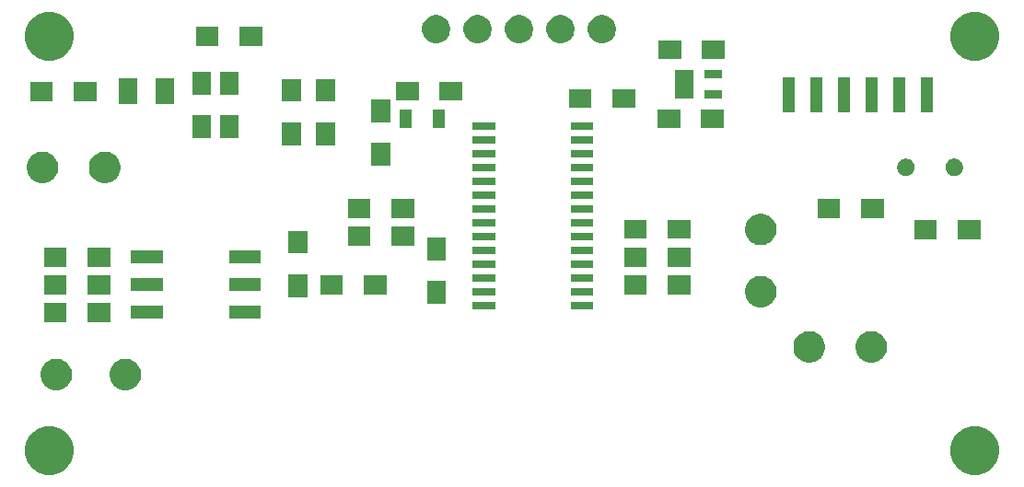
<source format=gbr>
G04 #@! TF.GenerationSoftware,KiCad,Pcbnew,(5.1.5)-2*
G04 #@! TF.CreationDate,2019-12-07T01:04:22+01:00*
G04 #@! TF.ProjectId,tof_sensor,746f665f-7365-46e7-936f-722e6b696361,rev?*
G04 #@! TF.SameCoordinates,Original*
G04 #@! TF.FileFunction,Soldermask,Top*
G04 #@! TF.FilePolarity,Negative*
%FSLAX46Y46*%
G04 Gerber Fmt 4.6, Leading zero omitted, Abs format (unit mm)*
G04 Created by KiCad (PCBNEW (5.1.5)-2) date 2019-12-07 01:04:22*
%MOMM*%
%LPD*%
G04 APERTURE LIST*
%ADD10C,0.100000*%
G04 APERTURE END LIST*
D10*
G36*
X197125880Y-100629776D02*
G01*
X197506593Y-100705504D01*
X197916249Y-100875189D01*
X198284929Y-101121534D01*
X198598466Y-101435071D01*
X198844811Y-101803751D01*
X199014496Y-102213407D01*
X199101000Y-102648296D01*
X199101000Y-103091704D01*
X199014496Y-103526593D01*
X198844811Y-103936249D01*
X198598466Y-104304929D01*
X198284929Y-104618466D01*
X197916249Y-104864811D01*
X197506593Y-105034496D01*
X197125880Y-105110224D01*
X197071705Y-105121000D01*
X196628295Y-105121000D01*
X196574120Y-105110224D01*
X196193407Y-105034496D01*
X195783751Y-104864811D01*
X195415071Y-104618466D01*
X195101534Y-104304929D01*
X194855189Y-103936249D01*
X194685504Y-103526593D01*
X194599000Y-103091704D01*
X194599000Y-102648296D01*
X194685504Y-102213407D01*
X194855189Y-101803751D01*
X195101534Y-101435071D01*
X195415071Y-101121534D01*
X195783751Y-100875189D01*
X196193407Y-100705504D01*
X196574120Y-100629776D01*
X196628295Y-100619000D01*
X197071705Y-100619000D01*
X197125880Y-100629776D01*
G37*
G36*
X112035880Y-100629776D02*
G01*
X112416593Y-100705504D01*
X112826249Y-100875189D01*
X113194929Y-101121534D01*
X113508466Y-101435071D01*
X113754811Y-101803751D01*
X113924496Y-102213407D01*
X114011000Y-102648296D01*
X114011000Y-103091704D01*
X113924496Y-103526593D01*
X113754811Y-103936249D01*
X113508466Y-104304929D01*
X113194929Y-104618466D01*
X112826249Y-104864811D01*
X112416593Y-105034496D01*
X112035880Y-105110224D01*
X111981705Y-105121000D01*
X111538295Y-105121000D01*
X111484120Y-105110224D01*
X111103407Y-105034496D01*
X110693751Y-104864811D01*
X110325071Y-104618466D01*
X110011534Y-104304929D01*
X109765189Y-103936249D01*
X109595504Y-103526593D01*
X109509000Y-103091704D01*
X109509000Y-102648296D01*
X109595504Y-102213407D01*
X109765189Y-101803751D01*
X110011534Y-101435071D01*
X110325071Y-101121534D01*
X110693751Y-100875189D01*
X111103407Y-100705504D01*
X111484120Y-100629776D01*
X111538295Y-100619000D01*
X111981705Y-100619000D01*
X112035880Y-100629776D01*
G37*
G36*
X112818241Y-94489760D02*
G01*
X113082305Y-94599139D01*
X113319958Y-94757934D01*
X113522066Y-94960042D01*
X113680861Y-95197695D01*
X113790240Y-95461759D01*
X113846000Y-95742088D01*
X113846000Y-96027912D01*
X113790240Y-96308241D01*
X113680861Y-96572305D01*
X113522066Y-96809958D01*
X113319958Y-97012066D01*
X113082305Y-97170861D01*
X112818241Y-97280240D01*
X112537912Y-97336000D01*
X112252088Y-97336000D01*
X111971759Y-97280240D01*
X111707695Y-97170861D01*
X111470042Y-97012066D01*
X111267934Y-96809958D01*
X111109139Y-96572305D01*
X110999760Y-96308241D01*
X110944000Y-96027912D01*
X110944000Y-95742088D01*
X110999760Y-95461759D01*
X111109139Y-95197695D01*
X111267934Y-94960042D01*
X111470042Y-94757934D01*
X111707695Y-94599139D01*
X111971759Y-94489760D01*
X112252088Y-94434000D01*
X112537912Y-94434000D01*
X112818241Y-94489760D01*
G37*
G36*
X119168241Y-94489760D02*
G01*
X119432305Y-94599139D01*
X119669958Y-94757934D01*
X119872066Y-94960042D01*
X120030861Y-95197695D01*
X120140240Y-95461759D01*
X120196000Y-95742088D01*
X120196000Y-96027912D01*
X120140240Y-96308241D01*
X120030861Y-96572305D01*
X119872066Y-96809958D01*
X119669958Y-97012066D01*
X119432305Y-97170861D01*
X119168241Y-97280240D01*
X118887912Y-97336000D01*
X118602088Y-97336000D01*
X118321759Y-97280240D01*
X118057695Y-97170861D01*
X117820042Y-97012066D01*
X117617934Y-96809958D01*
X117459139Y-96572305D01*
X117349760Y-96308241D01*
X117294000Y-96027912D01*
X117294000Y-95742088D01*
X117349760Y-95461759D01*
X117459139Y-95197695D01*
X117617934Y-94960042D01*
X117820042Y-94757934D01*
X118057695Y-94599139D01*
X118321759Y-94489760D01*
X118602088Y-94434000D01*
X118887912Y-94434000D01*
X119168241Y-94489760D01*
G37*
G36*
X182033241Y-91949760D02*
G01*
X182297305Y-92059139D01*
X182534958Y-92217934D01*
X182737066Y-92420042D01*
X182895861Y-92657695D01*
X183005240Y-92921759D01*
X183061000Y-93202088D01*
X183061000Y-93487912D01*
X183005240Y-93768241D01*
X182895861Y-94032305D01*
X182737066Y-94269958D01*
X182534958Y-94472066D01*
X182297305Y-94630861D01*
X182033241Y-94740240D01*
X181752912Y-94796000D01*
X181467088Y-94796000D01*
X181186759Y-94740240D01*
X180922695Y-94630861D01*
X180685042Y-94472066D01*
X180482934Y-94269958D01*
X180324139Y-94032305D01*
X180214760Y-93768241D01*
X180159000Y-93487912D01*
X180159000Y-93202088D01*
X180214760Y-92921759D01*
X180324139Y-92657695D01*
X180482934Y-92420042D01*
X180685042Y-92217934D01*
X180922695Y-92059139D01*
X181186759Y-91949760D01*
X181467088Y-91894000D01*
X181752912Y-91894000D01*
X182033241Y-91949760D01*
G37*
G36*
X187748241Y-91949760D02*
G01*
X188012305Y-92059139D01*
X188249958Y-92217934D01*
X188452066Y-92420042D01*
X188610861Y-92657695D01*
X188720240Y-92921759D01*
X188776000Y-93202088D01*
X188776000Y-93487912D01*
X188720240Y-93768241D01*
X188610861Y-94032305D01*
X188452066Y-94269958D01*
X188249958Y-94472066D01*
X188012305Y-94630861D01*
X187748241Y-94740240D01*
X187467912Y-94796000D01*
X187182088Y-94796000D01*
X186901759Y-94740240D01*
X186637695Y-94630861D01*
X186400042Y-94472066D01*
X186197934Y-94269958D01*
X186039139Y-94032305D01*
X185929760Y-93768241D01*
X185874000Y-93487912D01*
X185874000Y-93202088D01*
X185929760Y-92921759D01*
X186039139Y-92657695D01*
X186197934Y-92420042D01*
X186400042Y-92217934D01*
X186637695Y-92059139D01*
X186901759Y-91949760D01*
X187182088Y-91894000D01*
X187467912Y-91894000D01*
X187748241Y-91949760D01*
G37*
G36*
X117351000Y-91071000D02*
G01*
X115249000Y-91071000D01*
X115249000Y-89269000D01*
X117351000Y-89269000D01*
X117351000Y-91071000D01*
G37*
G36*
X113351000Y-91071000D02*
G01*
X111249000Y-91071000D01*
X111249000Y-89269000D01*
X113351000Y-89269000D01*
X113351000Y-91071000D01*
G37*
G36*
X122211000Y-90786000D02*
G01*
X119269000Y-90786000D01*
X119269000Y-89554000D01*
X122211000Y-89554000D01*
X122211000Y-90786000D01*
G37*
G36*
X131211000Y-90786000D02*
G01*
X128269000Y-90786000D01*
X128269000Y-89554000D01*
X131211000Y-89554000D01*
X131211000Y-90786000D01*
G37*
G36*
X161772800Y-89865400D02*
G01*
X159689600Y-89865400D01*
X159689600Y-89204600D01*
X161772800Y-89204600D01*
X161772800Y-89865400D01*
G37*
G36*
X152730400Y-89865400D02*
G01*
X150647200Y-89865400D01*
X150647200Y-89204600D01*
X152730400Y-89204600D01*
X152730400Y-89865400D01*
G37*
G36*
X177588241Y-86869760D02*
G01*
X177852305Y-86979139D01*
X178089958Y-87137934D01*
X178292066Y-87340042D01*
X178450861Y-87577695D01*
X178560240Y-87841759D01*
X178616000Y-88122088D01*
X178616000Y-88407912D01*
X178560240Y-88688241D01*
X178450861Y-88952305D01*
X178292066Y-89189958D01*
X178089958Y-89392066D01*
X177852305Y-89550861D01*
X177588241Y-89660240D01*
X177307912Y-89716000D01*
X177022088Y-89716000D01*
X176741759Y-89660240D01*
X176477695Y-89550861D01*
X176240042Y-89392066D01*
X176037934Y-89189958D01*
X175879139Y-88952305D01*
X175769760Y-88688241D01*
X175714000Y-88407912D01*
X175714000Y-88122088D01*
X175769760Y-87841759D01*
X175879139Y-87577695D01*
X176037934Y-87340042D01*
X176240042Y-87137934D01*
X176477695Y-86979139D01*
X176741759Y-86869760D01*
X177022088Y-86814000D01*
X177307912Y-86814000D01*
X177588241Y-86869760D01*
G37*
G36*
X148171000Y-89411000D02*
G01*
X146469000Y-89411000D01*
X146469000Y-87309000D01*
X148171000Y-87309000D01*
X148171000Y-89411000D01*
G37*
G36*
X135521000Y-88776000D02*
G01*
X133719000Y-88776000D01*
X133719000Y-86674000D01*
X135521000Y-86674000D01*
X135521000Y-88776000D01*
G37*
G36*
X152730400Y-88595400D02*
G01*
X150647200Y-88595400D01*
X150647200Y-87934600D01*
X152730400Y-87934600D01*
X152730400Y-88595400D01*
G37*
G36*
X161772800Y-88595400D02*
G01*
X159689600Y-88595400D01*
X159689600Y-87934600D01*
X161772800Y-87934600D01*
X161772800Y-88595400D01*
G37*
G36*
X113351000Y-88531000D02*
G01*
X111249000Y-88531000D01*
X111249000Y-86729000D01*
X113351000Y-86729000D01*
X113351000Y-88531000D01*
G37*
G36*
X142751000Y-88531000D02*
G01*
X140649000Y-88531000D01*
X140649000Y-86729000D01*
X142751000Y-86729000D01*
X142751000Y-88531000D01*
G37*
G36*
X138751000Y-88531000D02*
G01*
X136649000Y-88531000D01*
X136649000Y-86729000D01*
X138751000Y-86729000D01*
X138751000Y-88531000D01*
G37*
G36*
X166691000Y-88531000D02*
G01*
X164589000Y-88531000D01*
X164589000Y-86729000D01*
X166691000Y-86729000D01*
X166691000Y-88531000D01*
G37*
G36*
X170691000Y-88531000D02*
G01*
X168589000Y-88531000D01*
X168589000Y-86729000D01*
X170691000Y-86729000D01*
X170691000Y-88531000D01*
G37*
G36*
X117351000Y-88531000D02*
G01*
X115249000Y-88531000D01*
X115249000Y-86729000D01*
X117351000Y-86729000D01*
X117351000Y-88531000D01*
G37*
G36*
X131211000Y-88246000D02*
G01*
X128269000Y-88246000D01*
X128269000Y-87014000D01*
X131211000Y-87014000D01*
X131211000Y-88246000D01*
G37*
G36*
X122211000Y-88246000D02*
G01*
X119269000Y-88246000D01*
X119269000Y-87014000D01*
X122211000Y-87014000D01*
X122211000Y-88246000D01*
G37*
G36*
X161772800Y-87325400D02*
G01*
X159689600Y-87325400D01*
X159689600Y-86664600D01*
X161772800Y-86664600D01*
X161772800Y-87325400D01*
G37*
G36*
X152730400Y-87325400D02*
G01*
X150647200Y-87325400D01*
X150647200Y-86664600D01*
X152730400Y-86664600D01*
X152730400Y-87325400D01*
G37*
G36*
X161772800Y-86055400D02*
G01*
X159689600Y-86055400D01*
X159689600Y-85394600D01*
X161772800Y-85394600D01*
X161772800Y-86055400D01*
G37*
G36*
X152730400Y-86055400D02*
G01*
X150647200Y-86055400D01*
X150647200Y-85394600D01*
X152730400Y-85394600D01*
X152730400Y-86055400D01*
G37*
G36*
X166691000Y-85991000D02*
G01*
X164589000Y-85991000D01*
X164589000Y-84189000D01*
X166691000Y-84189000D01*
X166691000Y-85991000D01*
G37*
G36*
X113351000Y-85991000D02*
G01*
X111249000Y-85991000D01*
X111249000Y-84189000D01*
X113351000Y-84189000D01*
X113351000Y-85991000D01*
G37*
G36*
X170691000Y-85991000D02*
G01*
X168589000Y-85991000D01*
X168589000Y-84189000D01*
X170691000Y-84189000D01*
X170691000Y-85991000D01*
G37*
G36*
X117351000Y-85991000D02*
G01*
X115249000Y-85991000D01*
X115249000Y-84189000D01*
X117351000Y-84189000D01*
X117351000Y-85991000D01*
G37*
G36*
X131211000Y-85706000D02*
G01*
X128269000Y-85706000D01*
X128269000Y-84474000D01*
X131211000Y-84474000D01*
X131211000Y-85706000D01*
G37*
G36*
X122211000Y-85706000D02*
G01*
X119269000Y-85706000D01*
X119269000Y-84474000D01*
X122211000Y-84474000D01*
X122211000Y-85706000D01*
G37*
G36*
X148171000Y-85411000D02*
G01*
X146469000Y-85411000D01*
X146469000Y-83309000D01*
X148171000Y-83309000D01*
X148171000Y-85411000D01*
G37*
G36*
X152730400Y-84785400D02*
G01*
X150647200Y-84785400D01*
X150647200Y-84124600D01*
X152730400Y-84124600D01*
X152730400Y-84785400D01*
G37*
G36*
X161772800Y-84785400D02*
G01*
X159689600Y-84785400D01*
X159689600Y-84124600D01*
X161772800Y-84124600D01*
X161772800Y-84785400D01*
G37*
G36*
X135521000Y-84776000D02*
G01*
X133719000Y-84776000D01*
X133719000Y-82674000D01*
X135521000Y-82674000D01*
X135521000Y-84776000D01*
G37*
G36*
X145291000Y-84086000D02*
G01*
X143189000Y-84086000D01*
X143189000Y-82284000D01*
X145291000Y-82284000D01*
X145291000Y-84086000D01*
G37*
G36*
X141291000Y-84086000D02*
G01*
X139189000Y-84086000D01*
X139189000Y-82284000D01*
X141291000Y-82284000D01*
X141291000Y-84086000D01*
G37*
G36*
X177588241Y-81154760D02*
G01*
X177852305Y-81264139D01*
X178089958Y-81422934D01*
X178292066Y-81625042D01*
X178450861Y-81862695D01*
X178560240Y-82126759D01*
X178616000Y-82407088D01*
X178616000Y-82692912D01*
X178560240Y-82973241D01*
X178450861Y-83237305D01*
X178292066Y-83474958D01*
X178089958Y-83677066D01*
X177852305Y-83835861D01*
X177588241Y-83945240D01*
X177307912Y-84001000D01*
X177022088Y-84001000D01*
X176741759Y-83945240D01*
X176477695Y-83835861D01*
X176240042Y-83677066D01*
X176037934Y-83474958D01*
X175879139Y-83237305D01*
X175769760Y-82973241D01*
X175714000Y-82692912D01*
X175714000Y-82407088D01*
X175769760Y-82126759D01*
X175879139Y-81862695D01*
X176037934Y-81625042D01*
X176240042Y-81422934D01*
X176477695Y-81264139D01*
X176741759Y-81154760D01*
X177022088Y-81099000D01*
X177307912Y-81099000D01*
X177588241Y-81154760D01*
G37*
G36*
X161772800Y-83515400D02*
G01*
X159689600Y-83515400D01*
X159689600Y-82854600D01*
X161772800Y-82854600D01*
X161772800Y-83515400D01*
G37*
G36*
X152730400Y-83515400D02*
G01*
X150647200Y-83515400D01*
X150647200Y-82854600D01*
X152730400Y-82854600D01*
X152730400Y-83515400D01*
G37*
G36*
X197361000Y-83451000D02*
G01*
X195259000Y-83451000D01*
X195259000Y-81649000D01*
X197361000Y-81649000D01*
X197361000Y-83451000D01*
G37*
G36*
X193361000Y-83451000D02*
G01*
X191259000Y-83451000D01*
X191259000Y-81649000D01*
X193361000Y-81649000D01*
X193361000Y-83451000D01*
G37*
G36*
X166691000Y-83401000D02*
G01*
X164589000Y-83401000D01*
X164589000Y-81699000D01*
X166691000Y-81699000D01*
X166691000Y-83401000D01*
G37*
G36*
X170691000Y-83401000D02*
G01*
X168589000Y-83401000D01*
X168589000Y-81699000D01*
X170691000Y-81699000D01*
X170691000Y-83401000D01*
G37*
G36*
X161772800Y-82245400D02*
G01*
X159689600Y-82245400D01*
X159689600Y-81584600D01*
X161772800Y-81584600D01*
X161772800Y-82245400D01*
G37*
G36*
X152730400Y-82245400D02*
G01*
X150647200Y-82245400D01*
X150647200Y-81584600D01*
X152730400Y-81584600D01*
X152730400Y-82245400D01*
G37*
G36*
X141291000Y-81546000D02*
G01*
X139189000Y-81546000D01*
X139189000Y-79744000D01*
X141291000Y-79744000D01*
X141291000Y-81546000D01*
G37*
G36*
X145291000Y-81546000D02*
G01*
X143189000Y-81546000D01*
X143189000Y-79744000D01*
X145291000Y-79744000D01*
X145291000Y-81546000D01*
G37*
G36*
X184471000Y-81546000D02*
G01*
X182369000Y-81546000D01*
X182369000Y-79744000D01*
X184471000Y-79744000D01*
X184471000Y-81546000D01*
G37*
G36*
X188471000Y-81546000D02*
G01*
X186369000Y-81546000D01*
X186369000Y-79744000D01*
X188471000Y-79744000D01*
X188471000Y-81546000D01*
G37*
G36*
X161772800Y-80975400D02*
G01*
X159689600Y-80975400D01*
X159689600Y-80314600D01*
X161772800Y-80314600D01*
X161772800Y-80975400D01*
G37*
G36*
X152730400Y-80975400D02*
G01*
X150647200Y-80975400D01*
X150647200Y-80314600D01*
X152730400Y-80314600D01*
X152730400Y-80975400D01*
G37*
G36*
X161772800Y-79705400D02*
G01*
X159689600Y-79705400D01*
X159689600Y-79044600D01*
X161772800Y-79044600D01*
X161772800Y-79705400D01*
G37*
G36*
X152730400Y-79705400D02*
G01*
X150647200Y-79705400D01*
X150647200Y-79044600D01*
X152730400Y-79044600D01*
X152730400Y-79705400D01*
G37*
G36*
X161772800Y-78435400D02*
G01*
X159689600Y-78435400D01*
X159689600Y-77774600D01*
X161772800Y-77774600D01*
X161772800Y-78435400D01*
G37*
G36*
X152730400Y-78435400D02*
G01*
X150647200Y-78435400D01*
X150647200Y-77774600D01*
X152730400Y-77774600D01*
X152730400Y-78435400D01*
G37*
G36*
X117263241Y-75439760D02*
G01*
X117527305Y-75549139D01*
X117764958Y-75707934D01*
X117967066Y-75910042D01*
X118125861Y-76147695D01*
X118235240Y-76411759D01*
X118291000Y-76692088D01*
X118291000Y-76977912D01*
X118235240Y-77258241D01*
X118125861Y-77522305D01*
X117967066Y-77759958D01*
X117764958Y-77962066D01*
X117527305Y-78120861D01*
X117263241Y-78230240D01*
X116982912Y-78286000D01*
X116697088Y-78286000D01*
X116416759Y-78230240D01*
X116152695Y-78120861D01*
X115915042Y-77962066D01*
X115712934Y-77759958D01*
X115554139Y-77522305D01*
X115444760Y-77258241D01*
X115389000Y-76977912D01*
X115389000Y-76692088D01*
X115444760Y-76411759D01*
X115554139Y-76147695D01*
X115712934Y-75910042D01*
X115915042Y-75707934D01*
X116152695Y-75549139D01*
X116416759Y-75439760D01*
X116697088Y-75384000D01*
X116982912Y-75384000D01*
X117263241Y-75439760D01*
G37*
G36*
X111548241Y-75439760D02*
G01*
X111812305Y-75549139D01*
X112049958Y-75707934D01*
X112252066Y-75910042D01*
X112410861Y-76147695D01*
X112520240Y-76411759D01*
X112576000Y-76692088D01*
X112576000Y-76977912D01*
X112520240Y-77258241D01*
X112410861Y-77522305D01*
X112252066Y-77759958D01*
X112049958Y-77962066D01*
X111812305Y-78120861D01*
X111548241Y-78230240D01*
X111267912Y-78286000D01*
X110982088Y-78286000D01*
X110701759Y-78230240D01*
X110437695Y-78120861D01*
X110200042Y-77962066D01*
X109997934Y-77759958D01*
X109839139Y-77522305D01*
X109729760Y-77258241D01*
X109674000Y-76977912D01*
X109674000Y-76692088D01*
X109729760Y-76411759D01*
X109839139Y-76147695D01*
X109997934Y-75910042D01*
X110200042Y-75707934D01*
X110437695Y-75549139D01*
X110701759Y-75439760D01*
X110982088Y-75384000D01*
X111267912Y-75384000D01*
X111548241Y-75439760D01*
G37*
G36*
X195178642Y-76064781D02*
G01*
X195324414Y-76125162D01*
X195324416Y-76125163D01*
X195455608Y-76212822D01*
X195567178Y-76324392D01*
X195625554Y-76411759D01*
X195654838Y-76455586D01*
X195715219Y-76601358D01*
X195746000Y-76756107D01*
X195746000Y-76913893D01*
X195715219Y-77068642D01*
X195675140Y-77165400D01*
X195654837Y-77214416D01*
X195567178Y-77345608D01*
X195455608Y-77457178D01*
X195324416Y-77544837D01*
X195324415Y-77544838D01*
X195324414Y-77544838D01*
X195178642Y-77605219D01*
X195023893Y-77636000D01*
X194866107Y-77636000D01*
X194711358Y-77605219D01*
X194565586Y-77544838D01*
X194565585Y-77544838D01*
X194565584Y-77544837D01*
X194434392Y-77457178D01*
X194322822Y-77345608D01*
X194235163Y-77214416D01*
X194214860Y-77165400D01*
X194174781Y-77068642D01*
X194144000Y-76913893D01*
X194144000Y-76756107D01*
X194174781Y-76601358D01*
X194235162Y-76455586D01*
X194264446Y-76411759D01*
X194322822Y-76324392D01*
X194434392Y-76212822D01*
X194565584Y-76125163D01*
X194565586Y-76125162D01*
X194711358Y-76064781D01*
X194866107Y-76034000D01*
X195023893Y-76034000D01*
X195178642Y-76064781D01*
G37*
G36*
X190733642Y-76064781D02*
G01*
X190879414Y-76125162D01*
X190879416Y-76125163D01*
X191010608Y-76212822D01*
X191122178Y-76324392D01*
X191180554Y-76411759D01*
X191209838Y-76455586D01*
X191270219Y-76601358D01*
X191301000Y-76756107D01*
X191301000Y-76913893D01*
X191270219Y-77068642D01*
X191230140Y-77165400D01*
X191209837Y-77214416D01*
X191122178Y-77345608D01*
X191010608Y-77457178D01*
X190879416Y-77544837D01*
X190879415Y-77544838D01*
X190879414Y-77544838D01*
X190733642Y-77605219D01*
X190578893Y-77636000D01*
X190421107Y-77636000D01*
X190266358Y-77605219D01*
X190120586Y-77544838D01*
X190120585Y-77544838D01*
X190120584Y-77544837D01*
X189989392Y-77457178D01*
X189877822Y-77345608D01*
X189790163Y-77214416D01*
X189769860Y-77165400D01*
X189729781Y-77068642D01*
X189699000Y-76913893D01*
X189699000Y-76756107D01*
X189729781Y-76601358D01*
X189790162Y-76455586D01*
X189819446Y-76411759D01*
X189877822Y-76324392D01*
X189989392Y-76212822D01*
X190120584Y-76125163D01*
X190120586Y-76125162D01*
X190266358Y-76064781D01*
X190421107Y-76034000D01*
X190578893Y-76034000D01*
X190733642Y-76064781D01*
G37*
G36*
X161772800Y-77165400D02*
G01*
X159689600Y-77165400D01*
X159689600Y-76504600D01*
X161772800Y-76504600D01*
X161772800Y-77165400D01*
G37*
G36*
X152730400Y-77165400D02*
G01*
X150647200Y-77165400D01*
X150647200Y-76504600D01*
X152730400Y-76504600D01*
X152730400Y-77165400D01*
G37*
G36*
X143141000Y-76711000D02*
G01*
X141339000Y-76711000D01*
X141339000Y-74609000D01*
X143141000Y-74609000D01*
X143141000Y-76711000D01*
G37*
G36*
X161772800Y-75895400D02*
G01*
X159689600Y-75895400D01*
X159689600Y-75234600D01*
X161772800Y-75234600D01*
X161772800Y-75895400D01*
G37*
G36*
X152730400Y-75895400D02*
G01*
X150647200Y-75895400D01*
X150647200Y-75234600D01*
X152730400Y-75234600D01*
X152730400Y-75895400D01*
G37*
G36*
X134886000Y-74806000D02*
G01*
X133084000Y-74806000D01*
X133084000Y-72704000D01*
X134886000Y-72704000D01*
X134886000Y-74806000D01*
G37*
G36*
X138061000Y-74806000D02*
G01*
X136259000Y-74806000D01*
X136259000Y-72704000D01*
X138061000Y-72704000D01*
X138061000Y-74806000D01*
G37*
G36*
X152730400Y-74625400D02*
G01*
X150647200Y-74625400D01*
X150647200Y-73964600D01*
X152730400Y-73964600D01*
X152730400Y-74625400D01*
G37*
G36*
X161772800Y-74625400D02*
G01*
X159689600Y-74625400D01*
X159689600Y-73964600D01*
X161772800Y-73964600D01*
X161772800Y-74625400D01*
G37*
G36*
X129121000Y-74171000D02*
G01*
X127419000Y-74171000D01*
X127419000Y-72069000D01*
X129121000Y-72069000D01*
X129121000Y-74171000D01*
G37*
G36*
X126581000Y-74171000D02*
G01*
X124879000Y-74171000D01*
X124879000Y-72069000D01*
X126581000Y-72069000D01*
X126581000Y-74171000D01*
G37*
G36*
X152730400Y-73355400D02*
G01*
X150647200Y-73355400D01*
X150647200Y-72694600D01*
X152730400Y-72694600D01*
X152730400Y-73355400D01*
G37*
G36*
X161772800Y-73355400D02*
G01*
X159689600Y-73355400D01*
X159689600Y-72694600D01*
X161772800Y-72694600D01*
X161772800Y-73355400D01*
G37*
G36*
X169771000Y-73241000D02*
G01*
X167669000Y-73241000D01*
X167669000Y-71539000D01*
X169771000Y-71539000D01*
X169771000Y-73241000D01*
G37*
G36*
X145101000Y-73241000D02*
G01*
X143999000Y-73241000D01*
X143999000Y-71539000D01*
X145101000Y-71539000D01*
X145101000Y-73241000D01*
G37*
G36*
X148101000Y-73241000D02*
G01*
X146999000Y-73241000D01*
X146999000Y-71539000D01*
X148101000Y-71539000D01*
X148101000Y-73241000D01*
G37*
G36*
X173771000Y-73241000D02*
G01*
X171669000Y-73241000D01*
X171669000Y-71539000D01*
X173771000Y-71539000D01*
X173771000Y-73241000D01*
G37*
G36*
X143141000Y-72711000D02*
G01*
X141339000Y-72711000D01*
X141339000Y-70609000D01*
X143141000Y-70609000D01*
X143141000Y-72711000D01*
G37*
G36*
X185336000Y-71806000D02*
G01*
X184234000Y-71806000D01*
X184234000Y-68604000D01*
X185336000Y-68604000D01*
X185336000Y-71806000D01*
G37*
G36*
X187876000Y-71806000D02*
G01*
X186774000Y-71806000D01*
X186774000Y-68604000D01*
X187876000Y-68604000D01*
X187876000Y-71806000D01*
G37*
G36*
X190416000Y-71806000D02*
G01*
X189314000Y-71806000D01*
X189314000Y-68604000D01*
X190416000Y-68604000D01*
X190416000Y-71806000D01*
G37*
G36*
X192956000Y-71806000D02*
G01*
X191854000Y-71806000D01*
X191854000Y-68604000D01*
X192956000Y-68604000D01*
X192956000Y-71806000D01*
G37*
G36*
X180256000Y-71806000D02*
G01*
X179154000Y-71806000D01*
X179154000Y-68604000D01*
X180256000Y-68604000D01*
X180256000Y-71806000D01*
G37*
G36*
X182796000Y-71806000D02*
G01*
X181694000Y-71806000D01*
X181694000Y-68604000D01*
X182796000Y-68604000D01*
X182796000Y-71806000D01*
G37*
G36*
X161611000Y-71336000D02*
G01*
X159509000Y-71336000D01*
X159509000Y-69634000D01*
X161611000Y-69634000D01*
X161611000Y-71336000D01*
G37*
G36*
X165611000Y-71336000D02*
G01*
X163509000Y-71336000D01*
X163509000Y-69634000D01*
X165611000Y-69634000D01*
X165611000Y-71336000D01*
G37*
G36*
X119801000Y-71026000D02*
G01*
X118099000Y-71026000D01*
X118099000Y-68674000D01*
X119801000Y-68674000D01*
X119801000Y-71026000D01*
G37*
G36*
X123201000Y-71026000D02*
G01*
X121499000Y-71026000D01*
X121499000Y-68674000D01*
X123201000Y-68674000D01*
X123201000Y-71026000D01*
G37*
G36*
X134886000Y-70806000D02*
G01*
X133084000Y-70806000D01*
X133084000Y-68704000D01*
X134886000Y-68704000D01*
X134886000Y-70806000D01*
G37*
G36*
X138061000Y-70806000D02*
G01*
X136259000Y-70806000D01*
X136259000Y-68704000D01*
X138061000Y-68704000D01*
X138061000Y-70806000D01*
G37*
G36*
X116081000Y-70751000D02*
G01*
X113979000Y-70751000D01*
X113979000Y-68949000D01*
X116081000Y-68949000D01*
X116081000Y-70751000D01*
G37*
G36*
X112081000Y-70751000D02*
G01*
X109979000Y-70751000D01*
X109979000Y-68949000D01*
X112081000Y-68949000D01*
X112081000Y-70751000D01*
G37*
G36*
X145736000Y-70701000D02*
G01*
X143634000Y-70701000D01*
X143634000Y-68999000D01*
X145736000Y-68999000D01*
X145736000Y-70701000D01*
G37*
G36*
X149736000Y-70701000D02*
G01*
X147634000Y-70701000D01*
X147634000Y-68999000D01*
X149736000Y-68999000D01*
X149736000Y-70701000D01*
G37*
G36*
X173631000Y-70541000D02*
G01*
X171969000Y-70541000D01*
X171969000Y-69789000D01*
X173631000Y-69789000D01*
X173631000Y-70541000D01*
G37*
G36*
X170931000Y-70541000D02*
G01*
X169269000Y-70541000D01*
X169269000Y-67889000D01*
X170931000Y-67889000D01*
X170931000Y-70541000D01*
G37*
G36*
X126581000Y-70171000D02*
G01*
X124879000Y-70171000D01*
X124879000Y-68069000D01*
X126581000Y-68069000D01*
X126581000Y-70171000D01*
G37*
G36*
X129121000Y-70171000D02*
G01*
X127419000Y-70171000D01*
X127419000Y-68069000D01*
X129121000Y-68069000D01*
X129121000Y-70171000D01*
G37*
G36*
X173631000Y-68641000D02*
G01*
X171969000Y-68641000D01*
X171969000Y-67889000D01*
X173631000Y-67889000D01*
X173631000Y-68641000D01*
G37*
G36*
X112035880Y-62529776D02*
G01*
X112416593Y-62605504D01*
X112826249Y-62775189D01*
X113194929Y-63021534D01*
X113508466Y-63335071D01*
X113754811Y-63703751D01*
X113924496Y-64113407D01*
X114011000Y-64548296D01*
X114011000Y-64991704D01*
X113924496Y-65426593D01*
X113754811Y-65836249D01*
X113508466Y-66204929D01*
X113194929Y-66518466D01*
X112826249Y-66764811D01*
X112416593Y-66934496D01*
X112035880Y-67010224D01*
X111981705Y-67021000D01*
X111538295Y-67021000D01*
X111484120Y-67010224D01*
X111103407Y-66934496D01*
X110693751Y-66764811D01*
X110325071Y-66518466D01*
X110011534Y-66204929D01*
X109765189Y-65836249D01*
X109595504Y-65426593D01*
X109509000Y-64991704D01*
X109509000Y-64548296D01*
X109595504Y-64113407D01*
X109765189Y-63703751D01*
X110011534Y-63335071D01*
X110325071Y-63021534D01*
X110693751Y-62775189D01*
X111103407Y-62605504D01*
X111484120Y-62529776D01*
X111538295Y-62519000D01*
X111981705Y-62519000D01*
X112035880Y-62529776D01*
G37*
G36*
X197125880Y-62529776D02*
G01*
X197506593Y-62605504D01*
X197916249Y-62775189D01*
X198284929Y-63021534D01*
X198598466Y-63335071D01*
X198844811Y-63703751D01*
X199014496Y-64113407D01*
X199101000Y-64548296D01*
X199101000Y-64991704D01*
X199014496Y-65426593D01*
X198844811Y-65836249D01*
X198598466Y-66204929D01*
X198284929Y-66518466D01*
X197916249Y-66764811D01*
X197506593Y-66934496D01*
X197125880Y-67010224D01*
X197071705Y-67021000D01*
X196628295Y-67021000D01*
X196574120Y-67010224D01*
X196193407Y-66934496D01*
X195783751Y-66764811D01*
X195415071Y-66518466D01*
X195101534Y-66204929D01*
X194855189Y-65836249D01*
X194685504Y-65426593D01*
X194599000Y-64991704D01*
X194599000Y-64548296D01*
X194685504Y-64113407D01*
X194855189Y-63703751D01*
X195101534Y-63335071D01*
X195415071Y-63021534D01*
X195783751Y-62775189D01*
X196193407Y-62605504D01*
X196574120Y-62529776D01*
X196628295Y-62519000D01*
X197071705Y-62519000D01*
X197125880Y-62529776D01*
G37*
G36*
X169866000Y-66891000D02*
G01*
X167764000Y-66891000D01*
X167764000Y-65189000D01*
X169866000Y-65189000D01*
X169866000Y-66891000D01*
G37*
G36*
X173866000Y-66891000D02*
G01*
X171764000Y-66891000D01*
X171764000Y-65189000D01*
X173866000Y-65189000D01*
X173866000Y-66891000D01*
G37*
G36*
X127321000Y-65671000D02*
G01*
X125219000Y-65671000D01*
X125219000Y-63869000D01*
X127321000Y-63869000D01*
X127321000Y-65671000D01*
G37*
G36*
X131321000Y-65671000D02*
G01*
X129219000Y-65671000D01*
X129219000Y-63869000D01*
X131321000Y-63869000D01*
X131321000Y-65671000D01*
G37*
G36*
X155319393Y-62884304D02*
G01*
X155556101Y-62982352D01*
X155556103Y-62982353D01*
X155769135Y-63124696D01*
X155950304Y-63305865D01*
X156092647Y-63518897D01*
X156092648Y-63518899D01*
X156190696Y-63755607D01*
X156240680Y-64006893D01*
X156240680Y-64263107D01*
X156190696Y-64514393D01*
X156133269Y-64653033D01*
X156092647Y-64751103D01*
X155950304Y-64964135D01*
X155769135Y-65145304D01*
X155556103Y-65287647D01*
X155556102Y-65287648D01*
X155556101Y-65287648D01*
X155319393Y-65385696D01*
X155068107Y-65435680D01*
X154811893Y-65435680D01*
X154560607Y-65385696D01*
X154323899Y-65287648D01*
X154323898Y-65287648D01*
X154323897Y-65287647D01*
X154110865Y-65145304D01*
X153929696Y-64964135D01*
X153787353Y-64751103D01*
X153746731Y-64653033D01*
X153689304Y-64514393D01*
X153639320Y-64263107D01*
X153639320Y-64006893D01*
X153689304Y-63755607D01*
X153787352Y-63518899D01*
X153787353Y-63518897D01*
X153929696Y-63305865D01*
X154110865Y-63124696D01*
X154323897Y-62982353D01*
X154323899Y-62982352D01*
X154560607Y-62884304D01*
X154811893Y-62834320D01*
X155068107Y-62834320D01*
X155319393Y-62884304D01*
G37*
G36*
X147699393Y-62884304D02*
G01*
X147936101Y-62982352D01*
X147936103Y-62982353D01*
X148149135Y-63124696D01*
X148330304Y-63305865D01*
X148472647Y-63518897D01*
X148472648Y-63518899D01*
X148570696Y-63755607D01*
X148620680Y-64006893D01*
X148620680Y-64263107D01*
X148570696Y-64514393D01*
X148513269Y-64653033D01*
X148472647Y-64751103D01*
X148330304Y-64964135D01*
X148149135Y-65145304D01*
X147936103Y-65287647D01*
X147936102Y-65287648D01*
X147936101Y-65287648D01*
X147699393Y-65385696D01*
X147448107Y-65435680D01*
X147191893Y-65435680D01*
X146940607Y-65385696D01*
X146703899Y-65287648D01*
X146703898Y-65287648D01*
X146703897Y-65287647D01*
X146490865Y-65145304D01*
X146309696Y-64964135D01*
X146167353Y-64751103D01*
X146126731Y-64653033D01*
X146069304Y-64514393D01*
X146019320Y-64263107D01*
X146019320Y-64006893D01*
X146069304Y-63755607D01*
X146167352Y-63518899D01*
X146167353Y-63518897D01*
X146309696Y-63305865D01*
X146490865Y-63124696D01*
X146703897Y-62982353D01*
X146703899Y-62982352D01*
X146940607Y-62884304D01*
X147191893Y-62834320D01*
X147448107Y-62834320D01*
X147699393Y-62884304D01*
G37*
G36*
X162939393Y-62884304D02*
G01*
X163176101Y-62982352D01*
X163176103Y-62982353D01*
X163389135Y-63124696D01*
X163570304Y-63305865D01*
X163712647Y-63518897D01*
X163712648Y-63518899D01*
X163810696Y-63755607D01*
X163860680Y-64006893D01*
X163860680Y-64263107D01*
X163810696Y-64514393D01*
X163753269Y-64653033D01*
X163712647Y-64751103D01*
X163570304Y-64964135D01*
X163389135Y-65145304D01*
X163176103Y-65287647D01*
X163176102Y-65287648D01*
X163176101Y-65287648D01*
X162939393Y-65385696D01*
X162688107Y-65435680D01*
X162431893Y-65435680D01*
X162180607Y-65385696D01*
X161943899Y-65287648D01*
X161943898Y-65287648D01*
X161943897Y-65287647D01*
X161730865Y-65145304D01*
X161549696Y-64964135D01*
X161407353Y-64751103D01*
X161366731Y-64653033D01*
X161309304Y-64514393D01*
X161259320Y-64263107D01*
X161259320Y-64006893D01*
X161309304Y-63755607D01*
X161407352Y-63518899D01*
X161407353Y-63518897D01*
X161549696Y-63305865D01*
X161730865Y-63124696D01*
X161943897Y-62982353D01*
X161943899Y-62982352D01*
X162180607Y-62884304D01*
X162431893Y-62834320D01*
X162688107Y-62834320D01*
X162939393Y-62884304D01*
G37*
G36*
X159129393Y-62884304D02*
G01*
X159366101Y-62982352D01*
X159366103Y-62982353D01*
X159579135Y-63124696D01*
X159760304Y-63305865D01*
X159902647Y-63518897D01*
X159902648Y-63518899D01*
X160000696Y-63755607D01*
X160050680Y-64006893D01*
X160050680Y-64263107D01*
X160000696Y-64514393D01*
X159943269Y-64653033D01*
X159902647Y-64751103D01*
X159760304Y-64964135D01*
X159579135Y-65145304D01*
X159366103Y-65287647D01*
X159366102Y-65287648D01*
X159366101Y-65287648D01*
X159129393Y-65385696D01*
X158878107Y-65435680D01*
X158621893Y-65435680D01*
X158370607Y-65385696D01*
X158133899Y-65287648D01*
X158133898Y-65287648D01*
X158133897Y-65287647D01*
X157920865Y-65145304D01*
X157739696Y-64964135D01*
X157597353Y-64751103D01*
X157556731Y-64653033D01*
X157499304Y-64514393D01*
X157449320Y-64263107D01*
X157449320Y-64006893D01*
X157499304Y-63755607D01*
X157597352Y-63518899D01*
X157597353Y-63518897D01*
X157739696Y-63305865D01*
X157920865Y-63124696D01*
X158133897Y-62982353D01*
X158133899Y-62982352D01*
X158370607Y-62884304D01*
X158621893Y-62834320D01*
X158878107Y-62834320D01*
X159129393Y-62884304D01*
G37*
G36*
X151509393Y-62884304D02*
G01*
X151746101Y-62982352D01*
X151746103Y-62982353D01*
X151959135Y-63124696D01*
X152140304Y-63305865D01*
X152282647Y-63518897D01*
X152282648Y-63518899D01*
X152380696Y-63755607D01*
X152430680Y-64006893D01*
X152430680Y-64263107D01*
X152380696Y-64514393D01*
X152323269Y-64653033D01*
X152282647Y-64751103D01*
X152140304Y-64964135D01*
X151959135Y-65145304D01*
X151746103Y-65287647D01*
X151746102Y-65287648D01*
X151746101Y-65287648D01*
X151509393Y-65385696D01*
X151258107Y-65435680D01*
X151001893Y-65435680D01*
X150750607Y-65385696D01*
X150513899Y-65287648D01*
X150513898Y-65287648D01*
X150513897Y-65287647D01*
X150300865Y-65145304D01*
X150119696Y-64964135D01*
X149977353Y-64751103D01*
X149936731Y-64653033D01*
X149879304Y-64514393D01*
X149829320Y-64263107D01*
X149829320Y-64006893D01*
X149879304Y-63755607D01*
X149977352Y-63518899D01*
X149977353Y-63518897D01*
X150119696Y-63305865D01*
X150300865Y-63124696D01*
X150513897Y-62982353D01*
X150513899Y-62982352D01*
X150750607Y-62884304D01*
X151001893Y-62834320D01*
X151258107Y-62834320D01*
X151509393Y-62884304D01*
G37*
M02*

</source>
